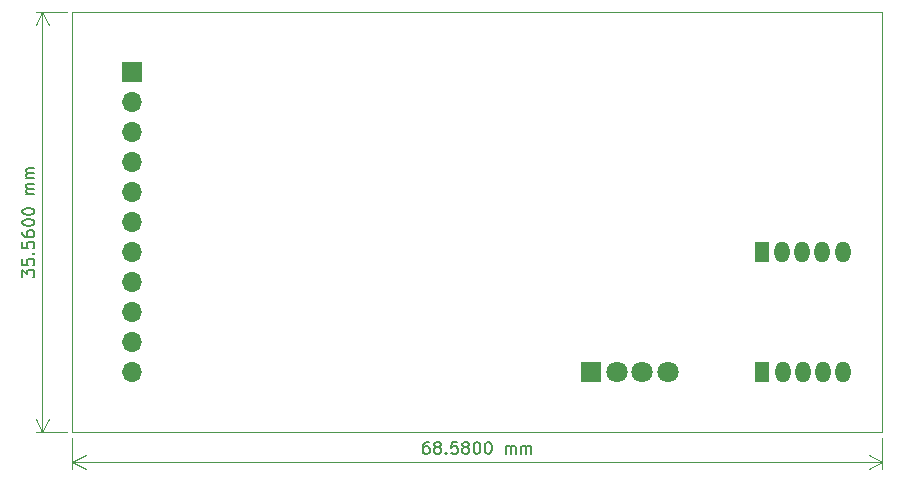
<source format=gbr>
%TF.GenerationSoftware,KiCad,Pcbnew,6.0.11+dfsg-1*%
%TF.CreationDate,2024-03-20T16:14:57-04:00*%
%TF.ProjectId,MainPCB,4d61696e-5043-4422-9e6b-696361645f70,rev?*%
%TF.SameCoordinates,Original*%
%TF.FileFunction,Copper,L2,Bot*%
%TF.FilePolarity,Positive*%
%FSLAX46Y46*%
G04 Gerber Fmt 4.6, Leading zero omitted, Abs format (unit mm)*
G04 Created by KiCad (PCBNEW 6.0.11+dfsg-1) date 2024-03-20 16:14:57*
%MOMM*%
%LPD*%
G01*
G04 APERTURE LIST*
%TA.AperFunction,Profile*%
%ADD10C,0.100000*%
%TD*%
%ADD11C,0.150000*%
%TA.AperFunction,ComponentPad*%
%ADD12R,1.275000X1.800000*%
%TD*%
%TA.AperFunction,ComponentPad*%
%ADD13O,1.275000X1.800000*%
%TD*%
%TA.AperFunction,ComponentPad*%
%ADD14R,1.800000X1.800000*%
%TD*%
%TA.AperFunction,ComponentPad*%
%ADD15C,1.800000*%
%TD*%
%TA.AperFunction,ComponentPad*%
%ADD16R,1.700000X1.700000*%
%TD*%
%TA.AperFunction,ComponentPad*%
%ADD17O,1.700000X1.700000*%
%TD*%
G04 APERTURE END LIST*
D10*
X203200000Y-114300000D02*
X134620000Y-114300000D01*
X134620000Y-114300000D02*
X134620000Y-78740000D01*
X134620000Y-78740000D02*
X203200000Y-78740000D01*
X203200000Y-78740000D02*
X203200000Y-114300000D01*
D11*
X130382381Y-101186666D02*
X130382381Y-100567619D01*
X130763334Y-100900952D01*
X130763334Y-100758095D01*
X130810953Y-100662857D01*
X130858572Y-100615238D01*
X130953810Y-100567619D01*
X131191905Y-100567619D01*
X131287143Y-100615238D01*
X131334762Y-100662857D01*
X131382381Y-100758095D01*
X131382381Y-101043809D01*
X131334762Y-101139047D01*
X131287143Y-101186666D01*
X130382381Y-99662857D02*
X130382381Y-100139047D01*
X130858572Y-100186666D01*
X130810953Y-100139047D01*
X130763334Y-100043809D01*
X130763334Y-99805714D01*
X130810953Y-99710476D01*
X130858572Y-99662857D01*
X130953810Y-99615238D01*
X131191905Y-99615238D01*
X131287143Y-99662857D01*
X131334762Y-99710476D01*
X131382381Y-99805714D01*
X131382381Y-100043809D01*
X131334762Y-100139047D01*
X131287143Y-100186666D01*
X131287143Y-99186666D02*
X131334762Y-99139047D01*
X131382381Y-99186666D01*
X131334762Y-99234285D01*
X131287143Y-99186666D01*
X131382381Y-99186666D01*
X130382381Y-98234285D02*
X130382381Y-98710476D01*
X130858572Y-98758095D01*
X130810953Y-98710476D01*
X130763334Y-98615238D01*
X130763334Y-98377142D01*
X130810953Y-98281904D01*
X130858572Y-98234285D01*
X130953810Y-98186666D01*
X131191905Y-98186666D01*
X131287143Y-98234285D01*
X131334762Y-98281904D01*
X131382381Y-98377142D01*
X131382381Y-98615238D01*
X131334762Y-98710476D01*
X131287143Y-98758095D01*
X130382381Y-97329523D02*
X130382381Y-97520000D01*
X130430001Y-97615238D01*
X130477620Y-97662857D01*
X130620477Y-97758095D01*
X130810953Y-97805714D01*
X131191905Y-97805714D01*
X131287143Y-97758095D01*
X131334762Y-97710476D01*
X131382381Y-97615238D01*
X131382381Y-97424761D01*
X131334762Y-97329523D01*
X131287143Y-97281904D01*
X131191905Y-97234285D01*
X130953810Y-97234285D01*
X130858572Y-97281904D01*
X130810953Y-97329523D01*
X130763334Y-97424761D01*
X130763334Y-97615238D01*
X130810953Y-97710476D01*
X130858572Y-97758095D01*
X130953810Y-97805714D01*
X130382381Y-96615238D02*
X130382381Y-96520000D01*
X130430001Y-96424761D01*
X130477620Y-96377142D01*
X130572858Y-96329523D01*
X130763334Y-96281904D01*
X131001429Y-96281904D01*
X131191905Y-96329523D01*
X131287143Y-96377142D01*
X131334762Y-96424761D01*
X131382381Y-96520000D01*
X131382381Y-96615238D01*
X131334762Y-96710476D01*
X131287143Y-96758095D01*
X131191905Y-96805714D01*
X131001429Y-96853333D01*
X130763334Y-96853333D01*
X130572858Y-96805714D01*
X130477620Y-96758095D01*
X130430001Y-96710476D01*
X130382381Y-96615238D01*
X130382381Y-95662857D02*
X130382381Y-95567619D01*
X130430001Y-95472380D01*
X130477620Y-95424761D01*
X130572858Y-95377142D01*
X130763334Y-95329523D01*
X131001429Y-95329523D01*
X131191905Y-95377142D01*
X131287143Y-95424761D01*
X131334762Y-95472380D01*
X131382381Y-95567619D01*
X131382381Y-95662857D01*
X131334762Y-95758095D01*
X131287143Y-95805714D01*
X131191905Y-95853333D01*
X131001429Y-95900952D01*
X130763334Y-95900952D01*
X130572858Y-95853333D01*
X130477620Y-95805714D01*
X130430001Y-95758095D01*
X130382381Y-95662857D01*
X131382381Y-94139047D02*
X130715715Y-94139047D01*
X130810953Y-94139047D02*
X130763334Y-94091428D01*
X130715715Y-93996190D01*
X130715715Y-93853333D01*
X130763334Y-93758095D01*
X130858572Y-93710476D01*
X131382381Y-93710476D01*
X130858572Y-93710476D02*
X130763334Y-93662857D01*
X130715715Y-93567619D01*
X130715715Y-93424761D01*
X130763334Y-93329523D01*
X130858572Y-93281904D01*
X131382381Y-93281904D01*
X131382381Y-92805714D02*
X130715715Y-92805714D01*
X130810953Y-92805714D02*
X130763334Y-92758095D01*
X130715715Y-92662857D01*
X130715715Y-92520000D01*
X130763334Y-92424761D01*
X130858572Y-92377142D01*
X131382381Y-92377142D01*
X130858572Y-92377142D02*
X130763334Y-92329523D01*
X130715715Y-92234285D01*
X130715715Y-92091428D01*
X130763334Y-91996190D01*
X130858572Y-91948571D01*
X131382381Y-91948571D01*
D10*
X134120000Y-78740000D02*
X131493581Y-78740000D01*
X134120000Y-114300000D02*
X131493581Y-114300000D01*
X132080001Y-78740000D02*
X132080001Y-114300000D01*
X132080001Y-78740000D02*
X132080001Y-114300000D01*
X132080001Y-78740000D02*
X131493580Y-79866504D01*
X132080001Y-78740000D02*
X132666422Y-79866504D01*
X132080001Y-114300000D02*
X132666422Y-113173496D01*
X132080001Y-114300000D02*
X131493580Y-113173496D01*
D11*
X164767142Y-115142379D02*
X164576666Y-115142379D01*
X164481428Y-115189999D01*
X164433809Y-115237618D01*
X164338571Y-115380475D01*
X164290952Y-115570951D01*
X164290952Y-115951903D01*
X164338571Y-116047141D01*
X164386190Y-116094760D01*
X164481428Y-116142379D01*
X164671904Y-116142379D01*
X164767142Y-116094760D01*
X164814761Y-116047141D01*
X164862380Y-115951903D01*
X164862380Y-115713808D01*
X164814761Y-115618570D01*
X164767142Y-115570951D01*
X164671904Y-115523332D01*
X164481428Y-115523332D01*
X164386190Y-115570951D01*
X164338571Y-115618570D01*
X164290952Y-115713808D01*
X165433809Y-115570951D02*
X165338571Y-115523332D01*
X165290952Y-115475713D01*
X165243333Y-115380475D01*
X165243333Y-115332856D01*
X165290952Y-115237618D01*
X165338571Y-115189999D01*
X165433809Y-115142379D01*
X165624285Y-115142379D01*
X165719523Y-115189999D01*
X165767142Y-115237618D01*
X165814761Y-115332856D01*
X165814761Y-115380475D01*
X165767142Y-115475713D01*
X165719523Y-115523332D01*
X165624285Y-115570951D01*
X165433809Y-115570951D01*
X165338571Y-115618570D01*
X165290952Y-115666189D01*
X165243333Y-115761427D01*
X165243333Y-115951903D01*
X165290952Y-116047141D01*
X165338571Y-116094760D01*
X165433809Y-116142379D01*
X165624285Y-116142379D01*
X165719523Y-116094760D01*
X165767142Y-116047141D01*
X165814761Y-115951903D01*
X165814761Y-115761427D01*
X165767142Y-115666189D01*
X165719523Y-115618570D01*
X165624285Y-115570951D01*
X166243333Y-116047141D02*
X166290952Y-116094760D01*
X166243333Y-116142379D01*
X166195714Y-116094760D01*
X166243333Y-116047141D01*
X166243333Y-116142379D01*
X167195714Y-115142379D02*
X166719523Y-115142379D01*
X166671904Y-115618570D01*
X166719523Y-115570951D01*
X166814761Y-115523332D01*
X167052857Y-115523332D01*
X167148095Y-115570951D01*
X167195714Y-115618570D01*
X167243333Y-115713808D01*
X167243333Y-115951903D01*
X167195714Y-116047141D01*
X167148095Y-116094760D01*
X167052857Y-116142379D01*
X166814761Y-116142379D01*
X166719523Y-116094760D01*
X166671904Y-116047141D01*
X167814761Y-115570951D02*
X167719523Y-115523332D01*
X167671904Y-115475713D01*
X167624285Y-115380475D01*
X167624285Y-115332856D01*
X167671904Y-115237618D01*
X167719523Y-115189999D01*
X167814761Y-115142379D01*
X168005238Y-115142379D01*
X168100476Y-115189999D01*
X168148095Y-115237618D01*
X168195714Y-115332856D01*
X168195714Y-115380475D01*
X168148095Y-115475713D01*
X168100476Y-115523332D01*
X168005238Y-115570951D01*
X167814761Y-115570951D01*
X167719523Y-115618570D01*
X167671904Y-115666189D01*
X167624285Y-115761427D01*
X167624285Y-115951903D01*
X167671904Y-116047141D01*
X167719523Y-116094760D01*
X167814761Y-116142379D01*
X168005238Y-116142379D01*
X168100476Y-116094760D01*
X168148095Y-116047141D01*
X168195714Y-115951903D01*
X168195714Y-115761427D01*
X168148095Y-115666189D01*
X168100476Y-115618570D01*
X168005238Y-115570951D01*
X168814761Y-115142379D02*
X168910000Y-115142379D01*
X169005238Y-115189999D01*
X169052857Y-115237618D01*
X169100476Y-115332856D01*
X169148095Y-115523332D01*
X169148095Y-115761427D01*
X169100476Y-115951903D01*
X169052857Y-116047141D01*
X169005238Y-116094760D01*
X168910000Y-116142379D01*
X168814761Y-116142379D01*
X168719523Y-116094760D01*
X168671904Y-116047141D01*
X168624285Y-115951903D01*
X168576666Y-115761427D01*
X168576666Y-115523332D01*
X168624285Y-115332856D01*
X168671904Y-115237618D01*
X168719523Y-115189999D01*
X168814761Y-115142379D01*
X169767142Y-115142379D02*
X169862380Y-115142379D01*
X169957619Y-115189999D01*
X170005238Y-115237618D01*
X170052857Y-115332856D01*
X170100476Y-115523332D01*
X170100476Y-115761427D01*
X170052857Y-115951903D01*
X170005238Y-116047141D01*
X169957619Y-116094760D01*
X169862380Y-116142379D01*
X169767142Y-116142379D01*
X169671904Y-116094760D01*
X169624285Y-116047141D01*
X169576666Y-115951903D01*
X169529047Y-115761427D01*
X169529047Y-115523332D01*
X169576666Y-115332856D01*
X169624285Y-115237618D01*
X169671904Y-115189999D01*
X169767142Y-115142379D01*
X171290952Y-116142379D02*
X171290952Y-115475713D01*
X171290952Y-115570951D02*
X171338571Y-115523332D01*
X171433809Y-115475713D01*
X171576666Y-115475713D01*
X171671904Y-115523332D01*
X171719523Y-115618570D01*
X171719523Y-116142379D01*
X171719523Y-115618570D02*
X171767142Y-115523332D01*
X171862380Y-115475713D01*
X172005238Y-115475713D01*
X172100476Y-115523332D01*
X172148095Y-115618570D01*
X172148095Y-116142379D01*
X172624285Y-116142379D02*
X172624285Y-115475713D01*
X172624285Y-115570951D02*
X172671904Y-115523332D01*
X172767142Y-115475713D01*
X172910000Y-115475713D01*
X173005238Y-115523332D01*
X173052857Y-115618570D01*
X173052857Y-116142379D01*
X173052857Y-115618570D02*
X173100476Y-115523332D01*
X173195714Y-115475713D01*
X173338571Y-115475713D01*
X173433809Y-115523332D01*
X173481428Y-115618570D01*
X173481428Y-116142379D01*
D10*
X134620000Y-114800000D02*
X134620000Y-117426419D01*
X203200000Y-114800000D02*
X203200000Y-117426419D01*
X134620000Y-116839999D02*
X203200000Y-116839999D01*
X134620000Y-116839999D02*
X203200000Y-116839999D01*
X134620000Y-116839999D02*
X135746504Y-117426420D01*
X134620000Y-116839999D02*
X135746504Y-116253578D01*
X203200000Y-116839999D02*
X202073496Y-116253578D01*
X203200000Y-116839999D02*
X202073496Y-117426420D01*
D12*
%TO.P,U5,1,VIN*%
%TO.N,unconnected-(U5-Pad1)*%
X193040000Y-109220000D03*
D13*
%TO.P,U5,2,OUT*%
%TO.N,unconnected-(U5-Pad2)*%
X194740000Y-109220000D03*
%TO.P,U5,3,GND*%
%TO.N,unconnected-(U5-Pad3)*%
X196440000Y-109220000D03*
%TO.P,U5,4,FB*%
%TO.N,unconnected-(U5-Pad4)*%
X198140000Y-109220000D03*
%TO.P,U5,5,~{ON}/OFF*%
%TO.N,unconnected-(U5-Pad5)*%
X199840000Y-109220000D03*
%TD*%
D14*
%TO.P,D4,1,A*%
%TO.N,unconnected-(D4-Pad1)*%
X178562000Y-109220000D03*
D15*
%TO.P,D4,2,RK*%
%TO.N,unconnected-(D4-Pad2)*%
X180721000Y-109220000D03*
%TO.P,D4,3,GK*%
%TO.N,unconnected-(D4-Pad3)*%
X182880000Y-109220000D03*
%TO.P,D4,4,BK*%
%TO.N,unconnected-(D4-Pad4)*%
X185039000Y-109220000D03*
%TD*%
D16*
%TO.P,J1,1,Pin_1*%
%TO.N,Net-(J1-Pad1)*%
X139700000Y-83820000D03*
D17*
%TO.P,J1,2,Pin_2*%
%TO.N,Net-(J1-Pad2)*%
X139700000Y-86360000D03*
%TO.P,J1,3,Pin_3*%
%TO.N,Net-(J1-Pad3)*%
X139700000Y-88900000D03*
%TO.P,J1,4,Pin_4*%
%TO.N,Net-(J1-Pad4)*%
X139700000Y-91440000D03*
%TO.P,J1,5,Pin_5*%
%TO.N,Net-(J1-Pad5)*%
X139700000Y-93980000D03*
%TO.P,J1,6,Pin_6*%
%TO.N,Net-(J1-Pad6)*%
X139700000Y-96520000D03*
%TO.P,J1,7,Pin_7*%
%TO.N,Net-(U4-Pad7)*%
X139700000Y-99060000D03*
%TO.P,J1,8,Pin_8*%
%TO.N,unconnected-(J1-Pad8)*%
X139700000Y-101600000D03*
%TO.P,J1,9,Pin_9*%
%TO.N,unconnected-(J1-Pad9)*%
X139700000Y-104140000D03*
%TO.P,J1,10,Pin_10*%
%TO.N,unconnected-(J1-Pad10)*%
X139700000Y-106680000D03*
%TO.P,J1,11,Pin_11*%
%TO.N,unconnected-(J1-Pad11)*%
X139700000Y-109220000D03*
%TD*%
D12*
%TO.P,U6,1,VIN*%
%TO.N,unconnected-(U6-Pad1)*%
X193020000Y-99060000D03*
D13*
%TO.P,U6,2,OUT*%
%TO.N,unconnected-(U6-Pad2)*%
X194720000Y-99060000D03*
%TO.P,U6,3,GND*%
%TO.N,unconnected-(U6-Pad3)*%
X196420000Y-99060000D03*
%TO.P,U6,4,FB*%
%TO.N,unconnected-(U6-Pad4)*%
X198120000Y-99060000D03*
%TO.P,U6,5,~{ON}/OFF*%
%TO.N,unconnected-(U6-Pad5)*%
X199820000Y-99060000D03*
%TD*%
M02*

</source>
